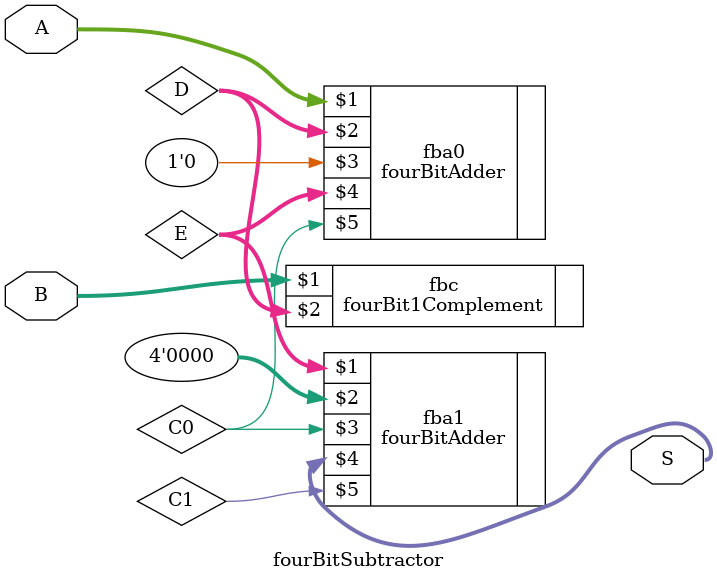
<source format=v>
`timescale 1ns / 1ps


module fourBitSubtractor(
    input [3:0] A,
    input [3:0] B,
    output [3:0] S
    );
    wire [3:0] D;
    wire [3:0] E;
    wire C0;
    wire C1;
    fourBit1Complement fbc(B,D);
    fourBitAdder fba0(A,D,1'b0,E,C0);
    fourBitAdder fba1(E,4'b0000,C0,S,C1);
endmodule

</source>
